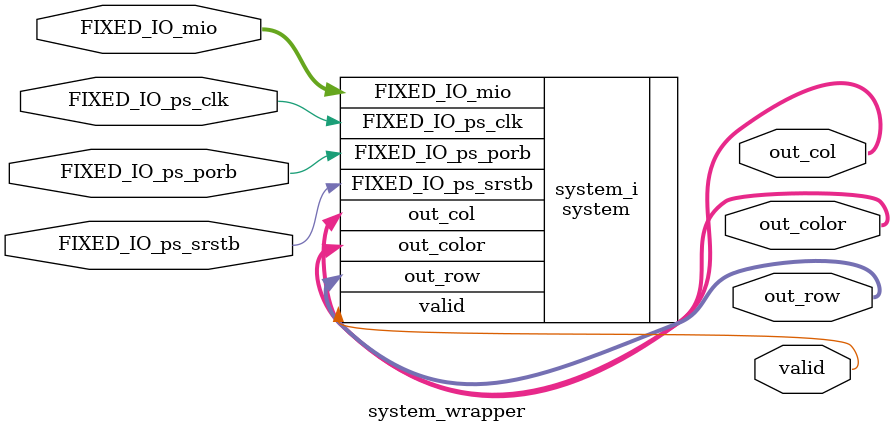
<source format=v>
`timescale 1 ps / 1 ps

module system_wrapper
   (FIXED_IO_mio,
    FIXED_IO_ps_clk,
    FIXED_IO_ps_porb,
    FIXED_IO_ps_srstb,
    out_col,
    out_color,
    out_row,
    valid);
  inout [53:0]FIXED_IO_mio;
  inout FIXED_IO_ps_clk;
  inout FIXED_IO_ps_porb;
  inout FIXED_IO_ps_srstb;
  output [10:0]out_col;
  output [3:0]out_color;
  output [9:0]out_row;
  output valid;

  wire [53:0]FIXED_IO_mio;
  wire FIXED_IO_ps_clk;
  wire FIXED_IO_ps_porb;
  wire FIXED_IO_ps_srstb;
  wire [10:0]out_col;
  wire [3:0]out_color;
  wire [9:0]out_row;
  wire valid;

system system_i
       (.FIXED_IO_mio(FIXED_IO_mio),
        .FIXED_IO_ps_clk(FIXED_IO_ps_clk),
        .FIXED_IO_ps_porb(FIXED_IO_ps_porb),
        .FIXED_IO_ps_srstb(FIXED_IO_ps_srstb),
        .out_col(out_col),
        .out_color(out_color),
        .out_row(out_row),
        .valid(valid));
endmodule

</source>
